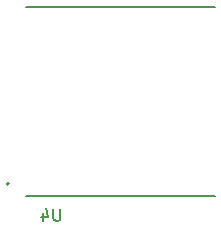
<source format=gbr>
%TF.GenerationSoftware,KiCad,Pcbnew,8.0.3*%
%TF.CreationDate,2024-06-26T11:54:08+03:00*%
%TF.ProjectId,LoRa_irrigation_system,4c6f5261-5f69-4727-9269-676174696f6e,rev?*%
%TF.SameCoordinates,Original*%
%TF.FileFunction,Legend,Bot*%
%TF.FilePolarity,Positive*%
%FSLAX46Y46*%
G04 Gerber Fmt 4.6, Leading zero omitted, Abs format (unit mm)*
G04 Created by KiCad (PCBNEW 8.0.3) date 2024-06-26 11:54:08*
%MOMM*%
%LPD*%
G01*
G04 APERTURE LIST*
%ADD10C,0.150000*%
%ADD11C,0.203200*%
%ADD12C,0.200000*%
G04 APERTURE END LIST*
D10*
X98710786Y-67301064D02*
X98710786Y-68112717D01*
X98710786Y-68112717D02*
X98663042Y-68208205D01*
X98663042Y-68208205D02*
X98615298Y-68255950D01*
X98615298Y-68255950D02*
X98519809Y-68303694D01*
X98519809Y-68303694D02*
X98328832Y-68303694D01*
X98328832Y-68303694D02*
X98233343Y-68255950D01*
X98233343Y-68255950D02*
X98185599Y-68208205D01*
X98185599Y-68208205D02*
X98137855Y-68112717D01*
X98137855Y-68112717D02*
X98137855Y-67301064D01*
X97230714Y-67635274D02*
X97230714Y-68303694D01*
X97469435Y-67253320D02*
X97708156Y-67969484D01*
X97708156Y-67969484D02*
X97087481Y-67969484D01*
D11*
%TO.C,U4*%
X95787258Y-50187258D02*
X111787258Y-50187258D01*
X111787258Y-66187258D02*
X95787258Y-66187258D01*
D12*
X94362258Y-65172258D02*
G75*
G02*
X94162258Y-65172258I-100000J0D01*
G01*
X94162258Y-65172258D02*
G75*
G02*
X94362258Y-65172258I100000J0D01*
G01*
%TD*%
M02*

</source>
